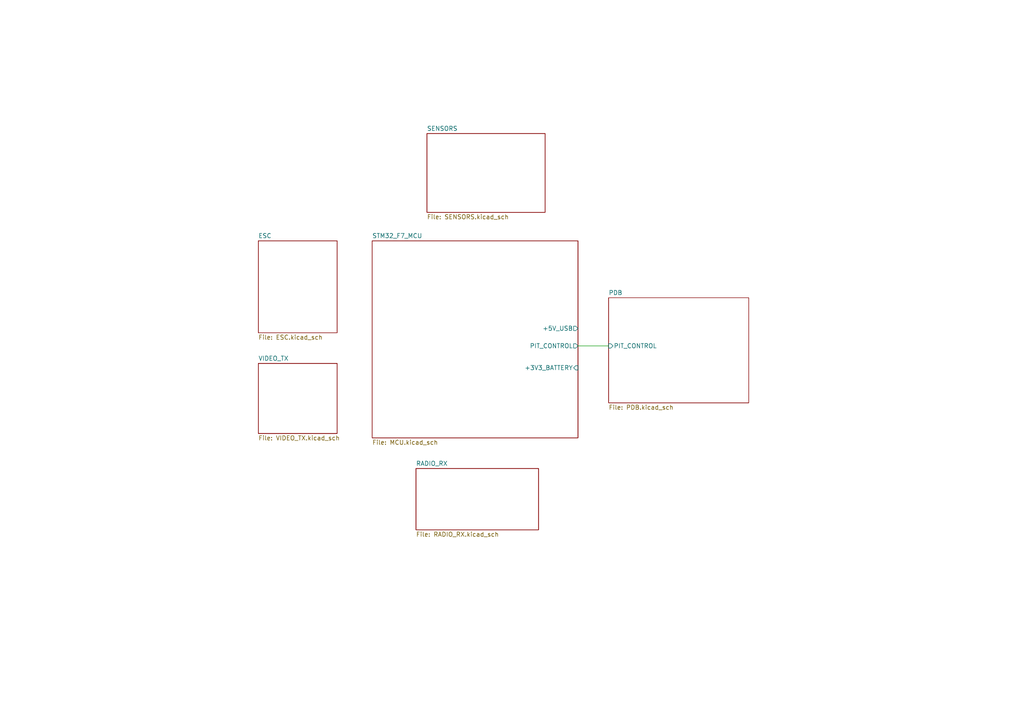
<source format=kicad_sch>
(kicad_sch
	(version 20231120)
	(generator "eeschema")
	(generator_version "8.0")
	(uuid "ff796201-095d-48e5-a4a7-7449851fd68a")
	(paper "A4")
	(title_block
		(title "FPV Drone Flight Controller")
		(date "2024-04-10")
		(rev "v1")
		(company "Ravindu Karunathilake")
	)
	(lib_symbols)
	(wire
		(pts
			(xy 167.64 100.33) (xy 176.53 100.33)
		)
		(stroke
			(width 0)
			(type default)
		)
		(uuid "b47f61de-3041-442c-a66d-40e073ef23db")
	)
	(sheet
		(at 74.93 69.85)
		(size 22.86 26.67)
		(fields_autoplaced yes)
		(stroke
			(width 0.1524)
			(type solid)
		)
		(fill
			(color 0 0 0 0.0000)
		)
		(uuid "1c742b51-548e-4e32-af20-48cf500934a3")
		(property "Sheetname" "ESC"
			(at 74.93 69.1384 0)
			(effects
				(font
					(size 1.27 1.27)
				)
				(justify left bottom)
			)
		)
		(property "Sheetfile" "ESC.kicad_sch"
			(at 74.93 97.1046 0)
			(effects
				(font
					(size 1.27 1.27)
				)
				(justify left top)
			)
		)
		(instances
			(project "Flight_Controller"
				(path "/ff796201-095d-48e5-a4a7-7449851fd68a"
					(page "4")
				)
			)
		)
	)
	(sheet
		(at 176.53 86.36)
		(size 40.64 30.48)
		(fields_autoplaced yes)
		(stroke
			(width 0.1524)
			(type solid)
		)
		(fill
			(color 0 0 0 0.0000)
		)
		(uuid "3110442e-1f34-4be2-a420-b6655f3c1505")
		(property "Sheetname" "PDB"
			(at 176.53 85.6484 0)
			(effects
				(font
					(size 1.27 1.27)
				)
				(justify left bottom)
			)
		)
		(property "Sheetfile" "PDB.kicad_sch"
			(at 176.53 117.4246 0)
			(effects
				(font
					(size 1.27 1.27)
				)
				(justify left top)
			)
		)
		(pin "PIT_CONTROL" input
			(at 176.53 100.33 180)
			(effects
				(font
					(size 1.27 1.27)
				)
				(justify left)
			)
			(uuid "189730b3-b37f-4a95-b3a5-14dbdd1ce6e5")
		)
		(instances
			(project "Flight_Controller"
				(path "/ff796201-095d-48e5-a4a7-7449851fd68a"
					(page "3")
				)
			)
		)
	)
	(sheet
		(at 107.95 69.85)
		(size 59.69 57.15)
		(fields_autoplaced yes)
		(stroke
			(width 0.1524)
			(type solid)
		)
		(fill
			(color 0 0 0 0.0000)
		)
		(uuid "3c445d4a-bc43-41f2-9e62-100494432aab")
		(property "Sheetname" "STM32_F7_MCU"
			(at 107.95 69.1384 0)
			(effects
				(font
					(size 1.27 1.27)
				)
				(justify left bottom)
			)
		)
		(property "Sheetfile" "MCU.kicad_sch"
			(at 107.95 127.5846 0)
			(effects
				(font
					(size 1.27 1.27)
				)
				(justify left top)
			)
		)
		(pin "+3V3_BATTERY" input
			(at 167.64 106.68 0)
			(effects
				(font
					(size 1.27 1.27)
				)
				(justify right)
			)
			(uuid "469ddb30-76cc-4010-88e1-58bcf6106c1c")
		)
		(pin "+5V_USB" output
			(at 167.64 95.25 0)
			(effects
				(font
					(size 1.27 1.27)
				)
				(justify right)
			)
			(uuid "0d1ee84b-a119-4687-8d73-69859d2c0c09")
		)
		(pin "PIT_CONTROL" output
			(at 167.64 100.33 0)
			(effects
				(font
					(size 1.27 1.27)
				)
				(justify right)
			)
			(uuid "9c305a42-49c9-43b2-9113-f53bebb09e88")
		)
		(instances
			(project "Flight_Controller"
				(path "/ff796201-095d-48e5-a4a7-7449851fd68a"
					(page "2")
				)
			)
		)
	)
	(sheet
		(at 74.93 105.41)
		(size 22.86 20.32)
		(fields_autoplaced yes)
		(stroke
			(width 0.1524)
			(type solid)
		)
		(fill
			(color 0 0 0 0.0000)
		)
		(uuid "4bc55dfb-b2fb-43f8-96d6-0e001a76b330")
		(property "Sheetname" "VIDEO_TX"
			(at 74.93 104.6984 0)
			(effects
				(font
					(size 1.27 1.27)
				)
				(justify left bottom)
			)
		)
		(property "Sheetfile" "VIDEO_TX.kicad_sch"
			(at 74.93 126.3146 0)
			(effects
				(font
					(size 1.27 1.27)
				)
				(justify left top)
			)
		)
		(instances
			(project "Flight_Controller"
				(path "/ff796201-095d-48e5-a4a7-7449851fd68a"
					(page "6")
				)
			)
		)
	)
	(sheet
		(at 120.65 135.89)
		(size 35.56 17.78)
		(fields_autoplaced yes)
		(stroke
			(width 0.1524)
			(type solid)
		)
		(fill
			(color 0 0 0 0.0000)
		)
		(uuid "c2ee751a-8d2a-406d-9678-fa074788bf3b")
		(property "Sheetname" "RADIO_RX"
			(at 120.65 135.1784 0)
			(effects
				(font
					(size 1.27 1.27)
				)
				(justify left bottom)
			)
		)
		(property "Sheetfile" "RADIO_RX.kicad_sch"
			(at 120.65 154.2546 0)
			(effects
				(font
					(size 1.27 1.27)
				)
				(justify left top)
			)
		)
		(instances
			(project "Flight_Controller"
				(path "/ff796201-095d-48e5-a4a7-7449851fd68a"
					(page "7")
				)
			)
		)
	)
	(sheet
		(at 123.825 38.735)
		(size 34.29 22.86)
		(fields_autoplaced yes)
		(stroke
			(width 0.1524)
			(type solid)
		)
		(fill
			(color 0 0 0 0.0000)
		)
		(uuid "fc30c25e-3522-47f6-96a9-a9d3b96bb27a")
		(property "Sheetname" "SENSORS"
			(at 123.825 38.0234 0)
			(effects
				(font
					(size 1.27 1.27)
				)
				(justify left bottom)
			)
		)
		(property "Sheetfile" "SENSORS.kicad_sch"
			(at 123.825 62.1796 0)
			(effects
				(font
					(size 1.27 1.27)
				)
				(justify left top)
			)
		)
		(instances
			(project "Flight_Controller"
				(path "/ff796201-095d-48e5-a4a7-7449851fd68a"
					(page "5")
				)
			)
		)
	)
	(sheet_instances
		(path "/"
			(page "1")
		)
	)
)
</source>
